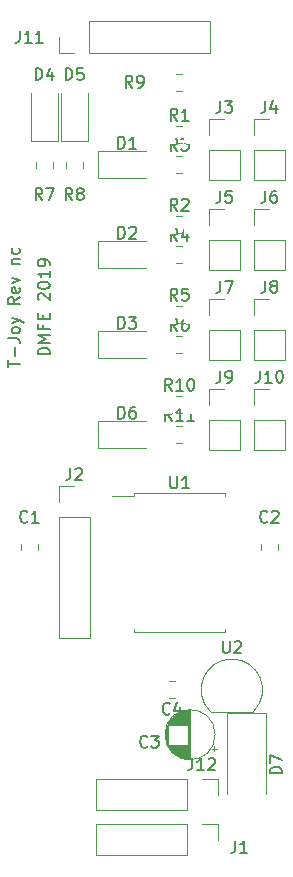
<source format=gto>
G04 #@! TF.GenerationSoftware,KiCad,Pcbnew,(5.1.0-894-gde406e36d)*
G04 #@! TF.CreationDate,2019-06-07T17:38:46-07:00*
G04 #@! TF.ProjectId,TetheredJoy,54657468-6572-4656-944a-6f792e6b6963,n/c*
G04 #@! TF.SameCoordinates,Original*
G04 #@! TF.FileFunction,Legend,Top*
G04 #@! TF.FilePolarity,Positive*
%FSLAX46Y46*%
G04 Gerber Fmt 4.6, Leading zero omitted, Abs format (unit mm)*
G04 Created by KiCad (PCBNEW (5.1.0-894-gde406e36d)) date 2019-06-07 17:38:46*
%MOMM*%
%LPD*%
G04 APERTURE LIST*
%ADD10C,0.150000*%
%ADD11C,0.120000*%
%ADD12C,2.802000*%
%ADD13C,0.100000*%
%ADD14C,1.527000*%
%ADD15R,1.152000X1.602000*%
%ADD16O,1.152000X1.602000*%
%ADD17C,0.702000*%
%ADD18C,1.252000*%
%ADD19O,1.802000X1.802000*%
%ADD20R,1.802000X1.802000*%
%ADD21R,1.902000X3.602000*%
%ADD22C,1.302000*%
%ADD23R,1.302000X1.302000*%
G04 APERTURE END LIST*
D10*
X202382380Y-66230000D02*
X201382380Y-66230000D01*
X201382380Y-65991904D01*
X201430000Y-65849047D01*
X201525238Y-65753809D01*
X201620476Y-65706190D01*
X201810952Y-65658571D01*
X201953809Y-65658571D01*
X202144285Y-65706190D01*
X202239523Y-65753809D01*
X202334761Y-65849047D01*
X202382380Y-65991904D01*
X202382380Y-66230000D01*
X202382380Y-65230000D02*
X201382380Y-65230000D01*
X202096666Y-64896666D01*
X201382380Y-64563333D01*
X202382380Y-64563333D01*
X201858571Y-63753809D02*
X201858571Y-64087142D01*
X202382380Y-64087142D02*
X201382380Y-64087142D01*
X201382380Y-63610952D01*
X201858571Y-63230000D02*
X201858571Y-62896666D01*
X202382380Y-62753809D02*
X202382380Y-63230000D01*
X201382380Y-63230000D01*
X201382380Y-62753809D01*
X201477619Y-61610952D02*
X201430000Y-61563333D01*
X201382380Y-61468095D01*
X201382380Y-61230000D01*
X201430000Y-61134761D01*
X201477619Y-61087142D01*
X201572857Y-61039523D01*
X201668095Y-61039523D01*
X201810952Y-61087142D01*
X202382380Y-61658571D01*
X202382380Y-61039523D01*
X201382380Y-60420476D02*
X201382380Y-60325238D01*
X201430000Y-60230000D01*
X201477619Y-60182380D01*
X201572857Y-60134761D01*
X201763333Y-60087142D01*
X202001428Y-60087142D01*
X202191904Y-60134761D01*
X202287142Y-60182380D01*
X202334761Y-60230000D01*
X202382380Y-60325238D01*
X202382380Y-60420476D01*
X202334761Y-60515714D01*
X202287142Y-60563333D01*
X202191904Y-60610952D01*
X202001428Y-60658571D01*
X201763333Y-60658571D01*
X201572857Y-60610952D01*
X201477619Y-60563333D01*
X201430000Y-60515714D01*
X201382380Y-60420476D01*
X202382380Y-59134761D02*
X202382380Y-59706190D01*
X202382380Y-59420476D02*
X201382380Y-59420476D01*
X201525238Y-59515714D01*
X201620476Y-59610952D01*
X201668095Y-59706190D01*
X202382380Y-58658571D02*
X202382380Y-58468095D01*
X202334761Y-58372857D01*
X202287142Y-58325238D01*
X202144285Y-58230000D01*
X201953809Y-58182380D01*
X201572857Y-58182380D01*
X201477619Y-58230000D01*
X201430000Y-58277619D01*
X201382380Y-58372857D01*
X201382380Y-58563333D01*
X201430000Y-58658571D01*
X201477619Y-58706190D01*
X201572857Y-58753809D01*
X201810952Y-58753809D01*
X201906190Y-58706190D01*
X201953809Y-58658571D01*
X202001428Y-58563333D01*
X202001428Y-58372857D01*
X201953809Y-58277619D01*
X201906190Y-58230000D01*
X201810952Y-58182380D01*
X198842380Y-67301428D02*
X198842380Y-66730000D01*
X199842380Y-67015714D02*
X198842380Y-67015714D01*
X199461428Y-66396666D02*
X199461428Y-65634761D01*
X198842380Y-64872857D02*
X199556666Y-64872857D01*
X199699523Y-64920476D01*
X199794761Y-65015714D01*
X199842380Y-65158571D01*
X199842380Y-65253809D01*
X199842380Y-64253809D02*
X199794761Y-64349047D01*
X199747142Y-64396666D01*
X199651904Y-64444285D01*
X199366190Y-64444285D01*
X199270952Y-64396666D01*
X199223333Y-64349047D01*
X199175714Y-64253809D01*
X199175714Y-64110952D01*
X199223333Y-64015714D01*
X199270952Y-63968095D01*
X199366190Y-63920476D01*
X199651904Y-63920476D01*
X199747142Y-63968095D01*
X199794761Y-64015714D01*
X199842380Y-64110952D01*
X199842380Y-64253809D01*
X199175714Y-63587142D02*
X199842380Y-63349047D01*
X199175714Y-63110952D02*
X199842380Y-63349047D01*
X200080476Y-63444285D01*
X200128095Y-63491904D01*
X200175714Y-63587142D01*
X199842380Y-61396666D02*
X199366190Y-61730000D01*
X199842380Y-61968095D02*
X198842380Y-61968095D01*
X198842380Y-61587142D01*
X198890000Y-61491904D01*
X198937619Y-61444285D01*
X199032857Y-61396666D01*
X199175714Y-61396666D01*
X199270952Y-61444285D01*
X199318571Y-61491904D01*
X199366190Y-61587142D01*
X199366190Y-61968095D01*
X199794761Y-60587142D02*
X199842380Y-60682380D01*
X199842380Y-60872857D01*
X199794761Y-60968095D01*
X199699523Y-61015714D01*
X199318571Y-61015714D01*
X199223333Y-60968095D01*
X199175714Y-60872857D01*
X199175714Y-60682380D01*
X199223333Y-60587142D01*
X199318571Y-60539523D01*
X199413809Y-60539523D01*
X199509047Y-61015714D01*
X199175714Y-60206190D02*
X199842380Y-59968095D01*
X199175714Y-59730000D01*
X199175714Y-58587142D02*
X199842380Y-58587142D01*
X199270952Y-58587142D02*
X199223333Y-58539523D01*
X199175714Y-58444285D01*
X199175714Y-58301428D01*
X199223333Y-58206190D01*
X199318571Y-58158571D01*
X199842380Y-58158571D01*
X199794761Y-57253809D02*
X199842380Y-57349047D01*
X199842380Y-57539523D01*
X199794761Y-57634761D01*
X199747142Y-57682380D01*
X199651904Y-57730000D01*
X199366190Y-57730000D01*
X199270952Y-57682380D01*
X199223333Y-57634761D01*
X199175714Y-57539523D01*
X199175714Y-57349047D01*
X199223333Y-57253809D01*
D11*
X210515000Y-71890000D02*
X206455000Y-71890000D01*
X206455000Y-71890000D02*
X206455000Y-74160000D01*
X206455000Y-74160000D02*
X210515000Y-74160000D01*
X203335000Y-44120000D02*
X203335000Y-48180000D01*
X203335000Y-48180000D02*
X205605000Y-48180000D01*
X205605000Y-48180000D02*
X205605000Y-44120000D01*
X200795000Y-44120000D02*
X200795000Y-48180000D01*
X200795000Y-48180000D02*
X203065000Y-48180000D01*
X203065000Y-48180000D02*
X203065000Y-44120000D01*
X219643478Y-96453478D02*
G75*
G03X217805000Y-92015000I-1838478J1838478D01*
G01*
X215966522Y-96453478D02*
G75*
G02X217805000Y-92015000I1838478J1838478D01*
G01*
X216005000Y-96465000D02*
X219605000Y-96465000D01*
X209500000Y-78180000D02*
X207685000Y-78180000D01*
X209500000Y-77935000D02*
X209500000Y-78180000D01*
X213360000Y-77935000D02*
X209500000Y-77935000D01*
X217220000Y-77935000D02*
X217220000Y-78180000D01*
X213360000Y-77935000D02*
X217220000Y-77935000D01*
X209500000Y-89705000D02*
X209500000Y-89460000D01*
X213360000Y-89705000D02*
X209500000Y-89705000D01*
X217220000Y-89705000D02*
X217220000Y-89460000D01*
X213360000Y-89705000D02*
X217220000Y-89705000D01*
X213098748Y-73735000D02*
X213621252Y-73735000D01*
X213098748Y-72315000D02*
X213621252Y-72315000D01*
X213098748Y-71195000D02*
X213621252Y-71195000D01*
X213098748Y-69775000D02*
X213621252Y-69775000D01*
X213098748Y-43890000D02*
X213621252Y-43890000D01*
X213098748Y-42470000D02*
X213621252Y-42470000D01*
X205180000Y-50426252D02*
X205180000Y-49903748D01*
X203760000Y-50426252D02*
X203760000Y-49903748D01*
X202640000Y-50426252D02*
X202640000Y-49903748D01*
X201220000Y-50426252D02*
X201220000Y-49903748D01*
X213098748Y-66115000D02*
X213621252Y-66115000D01*
X213098748Y-64695000D02*
X213621252Y-64695000D01*
X213098748Y-63575000D02*
X213621252Y-63575000D01*
X213098748Y-62155000D02*
X213621252Y-62155000D01*
X213098748Y-58495000D02*
X213621252Y-58495000D01*
X213098748Y-57075000D02*
X213621252Y-57075000D01*
X213098748Y-50875000D02*
X213621252Y-50875000D01*
X213098748Y-49455000D02*
X213621252Y-49455000D01*
X213098748Y-55955000D02*
X213621252Y-55955000D01*
X213098748Y-54535000D02*
X213621252Y-54535000D01*
X213098748Y-48335000D02*
X213621252Y-48335000D01*
X213098748Y-46915000D02*
X213621252Y-46915000D01*
X216595000Y-102175000D02*
X216595000Y-103505000D01*
X215265000Y-102175000D02*
X216595000Y-102175000D01*
X213995000Y-102175000D02*
X213995000Y-104835000D01*
X213995000Y-104835000D02*
X206315000Y-104835000D01*
X213995000Y-102175000D02*
X206315000Y-102175000D01*
X206315000Y-102175000D02*
X206315000Y-104835000D01*
X203140000Y-40700000D02*
X203140000Y-39370000D01*
X204470000Y-40700000D02*
X203140000Y-40700000D01*
X205740000Y-40700000D02*
X205740000Y-38040000D01*
X205740000Y-38040000D02*
X215960000Y-38040000D01*
X205740000Y-40700000D02*
X215960000Y-40700000D01*
X215960000Y-40700000D02*
X215960000Y-38040000D01*
X219650000Y-69155000D02*
X220980000Y-69155000D01*
X219650000Y-70485000D02*
X219650000Y-69155000D01*
X219650000Y-71755000D02*
X222310000Y-71755000D01*
X222310000Y-71755000D02*
X222310000Y-74355000D01*
X219650000Y-71755000D02*
X219650000Y-74355000D01*
X219650000Y-74355000D02*
X222310000Y-74355000D01*
X215840000Y-69155000D02*
X217170000Y-69155000D01*
X215840000Y-70485000D02*
X215840000Y-69155000D01*
X215840000Y-71755000D02*
X218500000Y-71755000D01*
X218500000Y-71755000D02*
X218500000Y-74355000D01*
X215840000Y-71755000D02*
X215840000Y-74355000D01*
X215840000Y-74355000D02*
X218500000Y-74355000D01*
X219650000Y-61535000D02*
X220980000Y-61535000D01*
X219650000Y-62865000D02*
X219650000Y-61535000D01*
X219650000Y-64135000D02*
X222310000Y-64135000D01*
X222310000Y-64135000D02*
X222310000Y-66735000D01*
X219650000Y-64135000D02*
X219650000Y-66735000D01*
X219650000Y-66735000D02*
X222310000Y-66735000D01*
X215840000Y-61535000D02*
X217170000Y-61535000D01*
X215840000Y-62865000D02*
X215840000Y-61535000D01*
X215840000Y-64135000D02*
X218500000Y-64135000D01*
X218500000Y-64135000D02*
X218500000Y-66735000D01*
X215840000Y-64135000D02*
X215840000Y-66735000D01*
X215840000Y-66735000D02*
X218500000Y-66735000D01*
X219650000Y-53915000D02*
X220980000Y-53915000D01*
X219650000Y-55245000D02*
X219650000Y-53915000D01*
X219650000Y-56515000D02*
X222310000Y-56515000D01*
X222310000Y-56515000D02*
X222310000Y-59115000D01*
X219650000Y-56515000D02*
X219650000Y-59115000D01*
X219650000Y-59115000D02*
X222310000Y-59115000D01*
X215840000Y-53915000D02*
X217170000Y-53915000D01*
X215840000Y-55245000D02*
X215840000Y-53915000D01*
X215840000Y-56515000D02*
X218500000Y-56515000D01*
X218500000Y-56515000D02*
X218500000Y-59115000D01*
X215840000Y-56515000D02*
X215840000Y-59115000D01*
X215840000Y-59115000D02*
X218500000Y-59115000D01*
X219650000Y-46295000D02*
X220980000Y-46295000D01*
X219650000Y-47625000D02*
X219650000Y-46295000D01*
X219650000Y-48895000D02*
X222310000Y-48895000D01*
X222310000Y-48895000D02*
X222310000Y-51495000D01*
X219650000Y-48895000D02*
X219650000Y-51495000D01*
X219650000Y-51495000D02*
X222310000Y-51495000D01*
X215840000Y-46295000D02*
X217170000Y-46295000D01*
X215840000Y-47625000D02*
X215840000Y-46295000D01*
X215840000Y-48895000D02*
X218500000Y-48895000D01*
X218500000Y-48895000D02*
X218500000Y-51495000D01*
X215840000Y-48895000D02*
X215840000Y-51495000D01*
X215840000Y-51495000D02*
X218500000Y-51495000D01*
X203140000Y-77410000D02*
X204470000Y-77410000D01*
X203140000Y-78740000D02*
X203140000Y-77410000D01*
X203140000Y-80010000D02*
X205800000Y-80010000D01*
X205800000Y-80010000D02*
X205800000Y-90230000D01*
X203140000Y-80010000D02*
X203140000Y-90230000D01*
X203140000Y-90230000D02*
X205800000Y-90230000D01*
X216595000Y-105985000D02*
X216595000Y-107315000D01*
X215265000Y-105985000D02*
X216595000Y-105985000D01*
X213995000Y-105985000D02*
X213995000Y-108645000D01*
X213995000Y-108645000D02*
X206315000Y-108645000D01*
X213995000Y-105985000D02*
X206315000Y-105985000D01*
X206315000Y-105985000D02*
X206315000Y-108645000D01*
X220725000Y-96565000D02*
X220725000Y-103465000D01*
X217425000Y-96565000D02*
X217425000Y-103465000D01*
X220725000Y-96565000D02*
X217425000Y-96565000D01*
X206455000Y-66540000D02*
X210515000Y-66540000D01*
X206455000Y-64270000D02*
X206455000Y-66540000D01*
X210515000Y-64270000D02*
X206455000Y-64270000D01*
X206455000Y-58920000D02*
X210515000Y-58920000D01*
X206455000Y-56650000D02*
X206455000Y-58920000D01*
X210515000Y-56650000D02*
X206455000Y-56650000D01*
X206455000Y-51300000D02*
X210515000Y-51300000D01*
X206455000Y-49030000D02*
X206455000Y-51300000D01*
X210515000Y-49030000D02*
X206455000Y-49030000D01*
X212986252Y-93905000D02*
X212463748Y-93905000D01*
X212986252Y-95325000D02*
X212463748Y-95325000D01*
X216334801Y-99820000D02*
X216334801Y-99420000D01*
X216534801Y-99620000D02*
X216134801Y-99620000D01*
X212184000Y-98795000D02*
X212184000Y-98055000D01*
X212224000Y-98962000D02*
X212224000Y-97888000D01*
X212264000Y-99089000D02*
X212264000Y-97761000D01*
X212304000Y-99193000D02*
X212304000Y-97657000D01*
X212344000Y-99284000D02*
X212344000Y-97566000D01*
X212384000Y-99365000D02*
X212384000Y-97485000D01*
X212424000Y-99438000D02*
X212424000Y-97412000D01*
X212464000Y-97585000D02*
X212464000Y-97345000D01*
X212464000Y-99505000D02*
X212464000Y-99265000D01*
X212504000Y-97585000D02*
X212504000Y-97283000D01*
X212504000Y-99567000D02*
X212504000Y-99265000D01*
X212544000Y-97585000D02*
X212544000Y-97225000D01*
X212544000Y-99625000D02*
X212544000Y-99265000D01*
X212584000Y-97585000D02*
X212584000Y-97171000D01*
X212584000Y-99679000D02*
X212584000Y-99265000D01*
X212624000Y-97585000D02*
X212624000Y-97121000D01*
X212624000Y-99729000D02*
X212624000Y-99265000D01*
X212664000Y-97585000D02*
X212664000Y-97074000D01*
X212664000Y-99776000D02*
X212664000Y-99265000D01*
X212704000Y-97585000D02*
X212704000Y-97029000D01*
X212704000Y-99821000D02*
X212704000Y-99265000D01*
X212744000Y-97585000D02*
X212744000Y-96987000D01*
X212744000Y-99863000D02*
X212744000Y-99265000D01*
X212784000Y-97585000D02*
X212784000Y-96947000D01*
X212784000Y-99903000D02*
X212784000Y-99265000D01*
X212824000Y-97585000D02*
X212824000Y-96909000D01*
X212824000Y-99941000D02*
X212824000Y-99265000D01*
X212864000Y-97585000D02*
X212864000Y-96873000D01*
X212864000Y-99977000D02*
X212864000Y-99265000D01*
X212904000Y-97585000D02*
X212904000Y-96838000D01*
X212904000Y-100012000D02*
X212904000Y-99265000D01*
X212944000Y-97585000D02*
X212944000Y-96806000D01*
X212944000Y-100044000D02*
X212944000Y-99265000D01*
X212984000Y-97585000D02*
X212984000Y-96775000D01*
X212984000Y-100075000D02*
X212984000Y-99265000D01*
X213024000Y-97585000D02*
X213024000Y-96745000D01*
X213024000Y-100105000D02*
X213024000Y-99265000D01*
X213064000Y-97585000D02*
X213064000Y-96717000D01*
X213064000Y-100133000D02*
X213064000Y-99265000D01*
X213104000Y-97585000D02*
X213104000Y-96690000D01*
X213104000Y-100160000D02*
X213104000Y-99265000D01*
X213144000Y-97585000D02*
X213144000Y-96665000D01*
X213144000Y-100185000D02*
X213144000Y-99265000D01*
X213184000Y-97585000D02*
X213184000Y-96640000D01*
X213184000Y-100210000D02*
X213184000Y-99265000D01*
X213224000Y-97585000D02*
X213224000Y-96617000D01*
X213224000Y-100233000D02*
X213224000Y-99265000D01*
X213264000Y-97585000D02*
X213264000Y-96595000D01*
X213264000Y-100255000D02*
X213264000Y-99265000D01*
X213304000Y-97585000D02*
X213304000Y-96574000D01*
X213304000Y-100276000D02*
X213304000Y-99265000D01*
X213344000Y-97585000D02*
X213344000Y-96555000D01*
X213344000Y-100295000D02*
X213344000Y-99265000D01*
X213384000Y-97585000D02*
X213384000Y-96536000D01*
X213384000Y-100314000D02*
X213384000Y-99265000D01*
X213424000Y-97585000D02*
X213424000Y-96518000D01*
X213424000Y-100332000D02*
X213424000Y-99265000D01*
X213464000Y-97585000D02*
X213464000Y-96501000D01*
X213464000Y-100349000D02*
X213464000Y-99265000D01*
X213504000Y-97585000D02*
X213504000Y-96485000D01*
X213504000Y-100365000D02*
X213504000Y-99265000D01*
X213544000Y-97585000D02*
X213544000Y-96471000D01*
X213544000Y-100379000D02*
X213544000Y-99265000D01*
X213585000Y-97585000D02*
X213585000Y-96457000D01*
X213585000Y-100393000D02*
X213585000Y-99265000D01*
X213625000Y-97585000D02*
X213625000Y-96443000D01*
X213625000Y-100407000D02*
X213625000Y-99265000D01*
X213665000Y-97585000D02*
X213665000Y-96431000D01*
X213665000Y-100419000D02*
X213665000Y-99265000D01*
X213705000Y-97585000D02*
X213705000Y-96420000D01*
X213705000Y-100430000D02*
X213705000Y-99265000D01*
X213745000Y-97585000D02*
X213745000Y-96409000D01*
X213745000Y-100441000D02*
X213745000Y-99265000D01*
X213785000Y-97585000D02*
X213785000Y-96400000D01*
X213785000Y-100450000D02*
X213785000Y-99265000D01*
X213825000Y-97585000D02*
X213825000Y-96391000D01*
X213825000Y-100459000D02*
X213825000Y-99265000D01*
X213865000Y-97585000D02*
X213865000Y-96383000D01*
X213865000Y-100467000D02*
X213865000Y-99265000D01*
X213905000Y-97585000D02*
X213905000Y-96375000D01*
X213905000Y-100475000D02*
X213905000Y-99265000D01*
X213945000Y-97585000D02*
X213945000Y-96369000D01*
X213945000Y-100481000D02*
X213945000Y-99265000D01*
X213985000Y-97585000D02*
X213985000Y-96363000D01*
X213985000Y-100487000D02*
X213985000Y-99265000D01*
X214025000Y-97585000D02*
X214025000Y-96358000D01*
X214025000Y-100492000D02*
X214025000Y-99265000D01*
X214065000Y-97585000D02*
X214065000Y-96354000D01*
X214065000Y-100496000D02*
X214065000Y-99265000D01*
X214105000Y-100499000D02*
X214105000Y-96351000D01*
X214145000Y-100502000D02*
X214145000Y-96348000D01*
X214185000Y-100504000D02*
X214185000Y-96346000D01*
X214225000Y-100505000D02*
X214225000Y-96345000D01*
X214265000Y-100505000D02*
X214265000Y-96345000D01*
X216385000Y-98425000D02*
G75*
G03X216385000Y-98425000I-2120000J0D01*
G01*
X221690000Y-82811252D02*
X221690000Y-82288748D01*
X220270000Y-82811252D02*
X220270000Y-82288748D01*
X199950000Y-82288748D02*
X199950000Y-82811252D01*
X201370000Y-82288748D02*
X201370000Y-82811252D01*
D10*
X208176904Y-71657380D02*
X208176904Y-70657380D01*
X208415000Y-70657380D01*
X208557857Y-70705000D01*
X208653095Y-70800238D01*
X208700714Y-70895476D01*
X208748333Y-71085952D01*
X208748333Y-71228809D01*
X208700714Y-71419285D01*
X208653095Y-71514523D01*
X208557857Y-71609761D01*
X208415000Y-71657380D01*
X208176904Y-71657380D01*
X209605476Y-70657380D02*
X209415000Y-70657380D01*
X209319761Y-70705000D01*
X209272142Y-70752619D01*
X209176904Y-70895476D01*
X209129285Y-71085952D01*
X209129285Y-71466904D01*
X209176904Y-71562142D01*
X209224523Y-71609761D01*
X209319761Y-71657380D01*
X209510238Y-71657380D01*
X209605476Y-71609761D01*
X209653095Y-71562142D01*
X209700714Y-71466904D01*
X209700714Y-71228809D01*
X209653095Y-71133571D01*
X209605476Y-71085952D01*
X209510238Y-71038333D01*
X209319761Y-71038333D01*
X209224523Y-71085952D01*
X209176904Y-71133571D01*
X209129285Y-71228809D01*
X203731904Y-42997380D02*
X203731904Y-41997380D01*
X203970000Y-41997380D01*
X204112857Y-42045000D01*
X204208095Y-42140238D01*
X204255714Y-42235476D01*
X204303333Y-42425952D01*
X204303333Y-42568809D01*
X204255714Y-42759285D01*
X204208095Y-42854523D01*
X204112857Y-42949761D01*
X203970000Y-42997380D01*
X203731904Y-42997380D01*
X205208095Y-41997380D02*
X204731904Y-41997380D01*
X204684285Y-42473571D01*
X204731904Y-42425952D01*
X204827142Y-42378333D01*
X205065238Y-42378333D01*
X205160476Y-42425952D01*
X205208095Y-42473571D01*
X205255714Y-42568809D01*
X205255714Y-42806904D01*
X205208095Y-42902142D01*
X205160476Y-42949761D01*
X205065238Y-42997380D01*
X204827142Y-42997380D01*
X204731904Y-42949761D01*
X204684285Y-42902142D01*
X201191904Y-42997380D02*
X201191904Y-41997380D01*
X201430000Y-41997380D01*
X201572857Y-42045000D01*
X201668095Y-42140238D01*
X201715714Y-42235476D01*
X201763333Y-42425952D01*
X201763333Y-42568809D01*
X201715714Y-42759285D01*
X201668095Y-42854523D01*
X201572857Y-42949761D01*
X201430000Y-42997380D01*
X201191904Y-42997380D01*
X202620476Y-42330714D02*
X202620476Y-42997380D01*
X202382380Y-41949761D02*
X202144285Y-42664047D01*
X202763333Y-42664047D01*
X217043095Y-90507380D02*
X217043095Y-91316904D01*
X217090714Y-91412142D01*
X217138333Y-91459761D01*
X217233571Y-91507380D01*
X217424047Y-91507380D01*
X217519285Y-91459761D01*
X217566904Y-91412142D01*
X217614523Y-91316904D01*
X217614523Y-90507380D01*
X218043095Y-90602619D02*
X218090714Y-90555000D01*
X218185952Y-90507380D01*
X218424047Y-90507380D01*
X218519285Y-90555000D01*
X218566904Y-90602619D01*
X218614523Y-90697857D01*
X218614523Y-90793095D01*
X218566904Y-90935952D01*
X217995476Y-91507380D01*
X218614523Y-91507380D01*
X212598095Y-76552380D02*
X212598095Y-77361904D01*
X212645714Y-77457142D01*
X212693333Y-77504761D01*
X212788571Y-77552380D01*
X212979047Y-77552380D01*
X213074285Y-77504761D01*
X213121904Y-77457142D01*
X213169523Y-77361904D01*
X213169523Y-76552380D01*
X214169523Y-77552380D02*
X213598095Y-77552380D01*
X213883809Y-77552380D02*
X213883809Y-76552380D01*
X213788571Y-76695238D01*
X213693333Y-76790476D01*
X213598095Y-76838095D01*
X212717142Y-71827380D02*
X212383809Y-71351190D01*
X212145714Y-71827380D02*
X212145714Y-70827380D01*
X212526666Y-70827380D01*
X212621904Y-70875000D01*
X212669523Y-70922619D01*
X212717142Y-71017857D01*
X212717142Y-71160714D01*
X212669523Y-71255952D01*
X212621904Y-71303571D01*
X212526666Y-71351190D01*
X212145714Y-71351190D01*
X213669523Y-71827380D02*
X213098095Y-71827380D01*
X213383809Y-71827380D02*
X213383809Y-70827380D01*
X213288571Y-70970238D01*
X213193333Y-71065476D01*
X213098095Y-71113095D01*
X214621904Y-71827380D02*
X214050476Y-71827380D01*
X214336190Y-71827380D02*
X214336190Y-70827380D01*
X214240952Y-70970238D01*
X214145714Y-71065476D01*
X214050476Y-71113095D01*
X212717142Y-69287380D02*
X212383809Y-68811190D01*
X212145714Y-69287380D02*
X212145714Y-68287380D01*
X212526666Y-68287380D01*
X212621904Y-68335000D01*
X212669523Y-68382619D01*
X212717142Y-68477857D01*
X212717142Y-68620714D01*
X212669523Y-68715952D01*
X212621904Y-68763571D01*
X212526666Y-68811190D01*
X212145714Y-68811190D01*
X213669523Y-69287380D02*
X213098095Y-69287380D01*
X213383809Y-69287380D02*
X213383809Y-68287380D01*
X213288571Y-68430238D01*
X213193333Y-68525476D01*
X213098095Y-68573095D01*
X214288571Y-68287380D02*
X214383809Y-68287380D01*
X214479047Y-68335000D01*
X214526666Y-68382619D01*
X214574285Y-68477857D01*
X214621904Y-68668333D01*
X214621904Y-68906428D01*
X214574285Y-69096904D01*
X214526666Y-69192142D01*
X214479047Y-69239761D01*
X214383809Y-69287380D01*
X214288571Y-69287380D01*
X214193333Y-69239761D01*
X214145714Y-69192142D01*
X214098095Y-69096904D01*
X214050476Y-68906428D01*
X214050476Y-68668333D01*
X214098095Y-68477857D01*
X214145714Y-68382619D01*
X214193333Y-68335000D01*
X214288571Y-68287380D01*
X209383333Y-43632380D02*
X209050000Y-43156190D01*
X208811904Y-43632380D02*
X208811904Y-42632380D01*
X209192857Y-42632380D01*
X209288095Y-42680000D01*
X209335714Y-42727619D01*
X209383333Y-42822857D01*
X209383333Y-42965714D01*
X209335714Y-43060952D01*
X209288095Y-43108571D01*
X209192857Y-43156190D01*
X208811904Y-43156190D01*
X209859523Y-43632380D02*
X210050000Y-43632380D01*
X210145238Y-43584761D01*
X210192857Y-43537142D01*
X210288095Y-43394285D01*
X210335714Y-43203809D01*
X210335714Y-42822857D01*
X210288095Y-42727619D01*
X210240476Y-42680000D01*
X210145238Y-42632380D01*
X209954761Y-42632380D01*
X209859523Y-42680000D01*
X209811904Y-42727619D01*
X209764285Y-42822857D01*
X209764285Y-43060952D01*
X209811904Y-43156190D01*
X209859523Y-43203809D01*
X209954761Y-43251428D01*
X210145238Y-43251428D01*
X210240476Y-43203809D01*
X210288095Y-43156190D01*
X210335714Y-43060952D01*
X204303333Y-53157380D02*
X203970000Y-52681190D01*
X203731904Y-53157380D02*
X203731904Y-52157380D01*
X204112857Y-52157380D01*
X204208095Y-52205000D01*
X204255714Y-52252619D01*
X204303333Y-52347857D01*
X204303333Y-52490714D01*
X204255714Y-52585952D01*
X204208095Y-52633571D01*
X204112857Y-52681190D01*
X203731904Y-52681190D01*
X204874761Y-52585952D02*
X204779523Y-52538333D01*
X204731904Y-52490714D01*
X204684285Y-52395476D01*
X204684285Y-52347857D01*
X204731904Y-52252619D01*
X204779523Y-52205000D01*
X204874761Y-52157380D01*
X205065238Y-52157380D01*
X205160476Y-52205000D01*
X205208095Y-52252619D01*
X205255714Y-52347857D01*
X205255714Y-52395476D01*
X205208095Y-52490714D01*
X205160476Y-52538333D01*
X205065238Y-52585952D01*
X204874761Y-52585952D01*
X204779523Y-52633571D01*
X204731904Y-52681190D01*
X204684285Y-52776428D01*
X204684285Y-52966904D01*
X204731904Y-53062142D01*
X204779523Y-53109761D01*
X204874761Y-53157380D01*
X205065238Y-53157380D01*
X205160476Y-53109761D01*
X205208095Y-53062142D01*
X205255714Y-52966904D01*
X205255714Y-52776428D01*
X205208095Y-52681190D01*
X205160476Y-52633571D01*
X205065238Y-52585952D01*
X201763333Y-53157380D02*
X201430000Y-52681190D01*
X201191904Y-53157380D02*
X201191904Y-52157380D01*
X201572857Y-52157380D01*
X201668095Y-52205000D01*
X201715714Y-52252619D01*
X201763333Y-52347857D01*
X201763333Y-52490714D01*
X201715714Y-52585952D01*
X201668095Y-52633571D01*
X201572857Y-52681190D01*
X201191904Y-52681190D01*
X202096666Y-52157380D02*
X202763333Y-52157380D01*
X202334761Y-53157380D01*
X213193333Y-64207380D02*
X212860000Y-63731190D01*
X212621904Y-64207380D02*
X212621904Y-63207380D01*
X213002857Y-63207380D01*
X213098095Y-63255000D01*
X213145714Y-63302619D01*
X213193333Y-63397857D01*
X213193333Y-63540714D01*
X213145714Y-63635952D01*
X213098095Y-63683571D01*
X213002857Y-63731190D01*
X212621904Y-63731190D01*
X214050476Y-63207380D02*
X213860000Y-63207380D01*
X213764761Y-63255000D01*
X213717142Y-63302619D01*
X213621904Y-63445476D01*
X213574285Y-63635952D01*
X213574285Y-64016904D01*
X213621904Y-64112142D01*
X213669523Y-64159761D01*
X213764761Y-64207380D01*
X213955238Y-64207380D01*
X214050476Y-64159761D01*
X214098095Y-64112142D01*
X214145714Y-64016904D01*
X214145714Y-63778809D01*
X214098095Y-63683571D01*
X214050476Y-63635952D01*
X213955238Y-63588333D01*
X213764761Y-63588333D01*
X213669523Y-63635952D01*
X213621904Y-63683571D01*
X213574285Y-63778809D01*
X213193333Y-61667380D02*
X212860000Y-61191190D01*
X212621904Y-61667380D02*
X212621904Y-60667380D01*
X213002857Y-60667380D01*
X213098095Y-60715000D01*
X213145714Y-60762619D01*
X213193333Y-60857857D01*
X213193333Y-61000714D01*
X213145714Y-61095952D01*
X213098095Y-61143571D01*
X213002857Y-61191190D01*
X212621904Y-61191190D01*
X214098095Y-60667380D02*
X213621904Y-60667380D01*
X213574285Y-61143571D01*
X213621904Y-61095952D01*
X213717142Y-61048333D01*
X213955238Y-61048333D01*
X214050476Y-61095952D01*
X214098095Y-61143571D01*
X214145714Y-61238809D01*
X214145714Y-61476904D01*
X214098095Y-61572142D01*
X214050476Y-61619761D01*
X213955238Y-61667380D01*
X213717142Y-61667380D01*
X213621904Y-61619761D01*
X213574285Y-61572142D01*
X213193333Y-56587380D02*
X212860000Y-56111190D01*
X212621904Y-56587380D02*
X212621904Y-55587380D01*
X213002857Y-55587380D01*
X213098095Y-55635000D01*
X213145714Y-55682619D01*
X213193333Y-55777857D01*
X213193333Y-55920714D01*
X213145714Y-56015952D01*
X213098095Y-56063571D01*
X213002857Y-56111190D01*
X212621904Y-56111190D01*
X214050476Y-55920714D02*
X214050476Y-56587380D01*
X213812380Y-55539761D02*
X213574285Y-56254047D01*
X214193333Y-56254047D01*
X213193333Y-48967380D02*
X212860000Y-48491190D01*
X212621904Y-48967380D02*
X212621904Y-47967380D01*
X213002857Y-47967380D01*
X213098095Y-48015000D01*
X213145714Y-48062619D01*
X213193333Y-48157857D01*
X213193333Y-48300714D01*
X213145714Y-48395952D01*
X213098095Y-48443571D01*
X213002857Y-48491190D01*
X212621904Y-48491190D01*
X213526666Y-47967380D02*
X214145714Y-47967380D01*
X213812380Y-48348333D01*
X213955238Y-48348333D01*
X214050476Y-48395952D01*
X214098095Y-48443571D01*
X214145714Y-48538809D01*
X214145714Y-48776904D01*
X214098095Y-48872142D01*
X214050476Y-48919761D01*
X213955238Y-48967380D01*
X213669523Y-48967380D01*
X213574285Y-48919761D01*
X213526666Y-48872142D01*
X213193333Y-54047380D02*
X212860000Y-53571190D01*
X212621904Y-54047380D02*
X212621904Y-53047380D01*
X213002857Y-53047380D01*
X213098095Y-53095000D01*
X213145714Y-53142619D01*
X213193333Y-53237857D01*
X213193333Y-53380714D01*
X213145714Y-53475952D01*
X213098095Y-53523571D01*
X213002857Y-53571190D01*
X212621904Y-53571190D01*
X213574285Y-53142619D02*
X213621904Y-53095000D01*
X213717142Y-53047380D01*
X213955238Y-53047380D01*
X214050476Y-53095000D01*
X214098095Y-53142619D01*
X214145714Y-53237857D01*
X214145714Y-53333095D01*
X214098095Y-53475952D01*
X213526666Y-54047380D01*
X214145714Y-54047380D01*
X213193333Y-46427380D02*
X212860000Y-45951190D01*
X212621904Y-46427380D02*
X212621904Y-45427380D01*
X213002857Y-45427380D01*
X213098095Y-45475000D01*
X213145714Y-45522619D01*
X213193333Y-45617857D01*
X213193333Y-45760714D01*
X213145714Y-45855952D01*
X213098095Y-45903571D01*
X213002857Y-45951190D01*
X212621904Y-45951190D01*
X214145714Y-46427380D02*
X213574285Y-46427380D01*
X213860000Y-46427380D02*
X213860000Y-45427380D01*
X213764761Y-45570238D01*
X213669523Y-45665476D01*
X213574285Y-45713095D01*
X214455476Y-100417380D02*
X214455476Y-101131666D01*
X214407857Y-101274523D01*
X214312619Y-101369761D01*
X214169761Y-101417380D01*
X214074523Y-101417380D01*
X215455476Y-101417380D02*
X214884047Y-101417380D01*
X215169761Y-101417380D02*
X215169761Y-100417380D01*
X215074523Y-100560238D01*
X214979285Y-100655476D01*
X214884047Y-100703095D01*
X215836428Y-100512619D02*
X215884047Y-100465000D01*
X215979285Y-100417380D01*
X216217380Y-100417380D01*
X216312619Y-100465000D01*
X216360238Y-100512619D01*
X216407857Y-100607857D01*
X216407857Y-100703095D01*
X216360238Y-100845952D01*
X215788809Y-101417380D01*
X216407857Y-101417380D01*
X199850476Y-38822380D02*
X199850476Y-39536666D01*
X199802857Y-39679523D01*
X199707619Y-39774761D01*
X199564761Y-39822380D01*
X199469523Y-39822380D01*
X200850476Y-39822380D02*
X200279047Y-39822380D01*
X200564761Y-39822380D02*
X200564761Y-38822380D01*
X200469523Y-38965238D01*
X200374285Y-39060476D01*
X200279047Y-39108095D01*
X201802857Y-39822380D02*
X201231428Y-39822380D01*
X201517142Y-39822380D02*
X201517142Y-38822380D01*
X201421904Y-38965238D01*
X201326666Y-39060476D01*
X201231428Y-39108095D01*
X220170476Y-67607380D02*
X220170476Y-68321666D01*
X220122857Y-68464523D01*
X220027619Y-68559761D01*
X219884761Y-68607380D01*
X219789523Y-68607380D01*
X221170476Y-68607380D02*
X220599047Y-68607380D01*
X220884761Y-68607380D02*
X220884761Y-67607380D01*
X220789523Y-67750238D01*
X220694285Y-67845476D01*
X220599047Y-67893095D01*
X221789523Y-67607380D02*
X221884761Y-67607380D01*
X221980000Y-67655000D01*
X222027619Y-67702619D01*
X222075238Y-67797857D01*
X222122857Y-67988333D01*
X222122857Y-68226428D01*
X222075238Y-68416904D01*
X222027619Y-68512142D01*
X221980000Y-68559761D01*
X221884761Y-68607380D01*
X221789523Y-68607380D01*
X221694285Y-68559761D01*
X221646666Y-68512142D01*
X221599047Y-68416904D01*
X221551428Y-68226428D01*
X221551428Y-67988333D01*
X221599047Y-67797857D01*
X221646666Y-67702619D01*
X221694285Y-67655000D01*
X221789523Y-67607380D01*
X216836666Y-67607380D02*
X216836666Y-68321666D01*
X216789047Y-68464523D01*
X216693809Y-68559761D01*
X216550952Y-68607380D01*
X216455714Y-68607380D01*
X217360476Y-68607380D02*
X217550952Y-68607380D01*
X217646190Y-68559761D01*
X217693809Y-68512142D01*
X217789047Y-68369285D01*
X217836666Y-68178809D01*
X217836666Y-67797857D01*
X217789047Y-67702619D01*
X217741428Y-67655000D01*
X217646190Y-67607380D01*
X217455714Y-67607380D01*
X217360476Y-67655000D01*
X217312857Y-67702619D01*
X217265238Y-67797857D01*
X217265238Y-68035952D01*
X217312857Y-68131190D01*
X217360476Y-68178809D01*
X217455714Y-68226428D01*
X217646190Y-68226428D01*
X217741428Y-68178809D01*
X217789047Y-68131190D01*
X217836666Y-68035952D01*
X220646666Y-59987380D02*
X220646666Y-60701666D01*
X220599047Y-60844523D01*
X220503809Y-60939761D01*
X220360952Y-60987380D01*
X220265714Y-60987380D01*
X221265714Y-60415952D02*
X221170476Y-60368333D01*
X221122857Y-60320714D01*
X221075238Y-60225476D01*
X221075238Y-60177857D01*
X221122857Y-60082619D01*
X221170476Y-60035000D01*
X221265714Y-59987380D01*
X221456190Y-59987380D01*
X221551428Y-60035000D01*
X221599047Y-60082619D01*
X221646666Y-60177857D01*
X221646666Y-60225476D01*
X221599047Y-60320714D01*
X221551428Y-60368333D01*
X221456190Y-60415952D01*
X221265714Y-60415952D01*
X221170476Y-60463571D01*
X221122857Y-60511190D01*
X221075238Y-60606428D01*
X221075238Y-60796904D01*
X221122857Y-60892142D01*
X221170476Y-60939761D01*
X221265714Y-60987380D01*
X221456190Y-60987380D01*
X221551428Y-60939761D01*
X221599047Y-60892142D01*
X221646666Y-60796904D01*
X221646666Y-60606428D01*
X221599047Y-60511190D01*
X221551428Y-60463571D01*
X221456190Y-60415952D01*
X216836666Y-59987380D02*
X216836666Y-60701666D01*
X216789047Y-60844523D01*
X216693809Y-60939761D01*
X216550952Y-60987380D01*
X216455714Y-60987380D01*
X217217619Y-59987380D02*
X217884285Y-59987380D01*
X217455714Y-60987380D01*
X220646666Y-52367380D02*
X220646666Y-53081666D01*
X220599047Y-53224523D01*
X220503809Y-53319761D01*
X220360952Y-53367380D01*
X220265714Y-53367380D01*
X221551428Y-52367380D02*
X221360952Y-52367380D01*
X221265714Y-52415000D01*
X221218095Y-52462619D01*
X221122857Y-52605476D01*
X221075238Y-52795952D01*
X221075238Y-53176904D01*
X221122857Y-53272142D01*
X221170476Y-53319761D01*
X221265714Y-53367380D01*
X221456190Y-53367380D01*
X221551428Y-53319761D01*
X221599047Y-53272142D01*
X221646666Y-53176904D01*
X221646666Y-52938809D01*
X221599047Y-52843571D01*
X221551428Y-52795952D01*
X221456190Y-52748333D01*
X221265714Y-52748333D01*
X221170476Y-52795952D01*
X221122857Y-52843571D01*
X221075238Y-52938809D01*
X216836666Y-52367380D02*
X216836666Y-53081666D01*
X216789047Y-53224523D01*
X216693809Y-53319761D01*
X216550952Y-53367380D01*
X216455714Y-53367380D01*
X217789047Y-52367380D02*
X217312857Y-52367380D01*
X217265238Y-52843571D01*
X217312857Y-52795952D01*
X217408095Y-52748333D01*
X217646190Y-52748333D01*
X217741428Y-52795952D01*
X217789047Y-52843571D01*
X217836666Y-52938809D01*
X217836666Y-53176904D01*
X217789047Y-53272142D01*
X217741428Y-53319761D01*
X217646190Y-53367380D01*
X217408095Y-53367380D01*
X217312857Y-53319761D01*
X217265238Y-53272142D01*
X220646666Y-44747380D02*
X220646666Y-45461666D01*
X220599047Y-45604523D01*
X220503809Y-45699761D01*
X220360952Y-45747380D01*
X220265714Y-45747380D01*
X221551428Y-45080714D02*
X221551428Y-45747380D01*
X221313333Y-44699761D02*
X221075238Y-45414047D01*
X221694285Y-45414047D01*
X216836666Y-44747380D02*
X216836666Y-45461666D01*
X216789047Y-45604523D01*
X216693809Y-45699761D01*
X216550952Y-45747380D01*
X216455714Y-45747380D01*
X217217619Y-44747380D02*
X217836666Y-44747380D01*
X217503333Y-45128333D01*
X217646190Y-45128333D01*
X217741428Y-45175952D01*
X217789047Y-45223571D01*
X217836666Y-45318809D01*
X217836666Y-45556904D01*
X217789047Y-45652142D01*
X217741428Y-45699761D01*
X217646190Y-45747380D01*
X217360476Y-45747380D01*
X217265238Y-45699761D01*
X217217619Y-45652142D01*
X204136666Y-75862380D02*
X204136666Y-76576666D01*
X204089047Y-76719523D01*
X203993809Y-76814761D01*
X203850952Y-76862380D01*
X203755714Y-76862380D01*
X204565238Y-75957619D02*
X204612857Y-75910000D01*
X204708095Y-75862380D01*
X204946190Y-75862380D01*
X205041428Y-75910000D01*
X205089047Y-75957619D01*
X205136666Y-76052857D01*
X205136666Y-76148095D01*
X205089047Y-76290952D01*
X204517619Y-76862380D01*
X205136666Y-76862380D01*
X218106666Y-107402380D02*
X218106666Y-108116666D01*
X218059047Y-108259523D01*
X217963809Y-108354761D01*
X217820952Y-108402380D01*
X217725714Y-108402380D01*
X219106666Y-108402380D02*
X218535238Y-108402380D01*
X218820952Y-108402380D02*
X218820952Y-107402380D01*
X218725714Y-107545238D01*
X218630476Y-107640476D01*
X218535238Y-107688095D01*
X222027380Y-101703095D02*
X221027380Y-101703095D01*
X221027380Y-101465000D01*
X221075000Y-101322142D01*
X221170238Y-101226904D01*
X221265476Y-101179285D01*
X221455952Y-101131666D01*
X221598809Y-101131666D01*
X221789285Y-101179285D01*
X221884523Y-101226904D01*
X221979761Y-101322142D01*
X222027380Y-101465000D01*
X222027380Y-101703095D01*
X221027380Y-100798333D02*
X221027380Y-100131666D01*
X222027380Y-100560238D01*
X208176904Y-64037380D02*
X208176904Y-63037380D01*
X208415000Y-63037380D01*
X208557857Y-63085000D01*
X208653095Y-63180238D01*
X208700714Y-63275476D01*
X208748333Y-63465952D01*
X208748333Y-63608809D01*
X208700714Y-63799285D01*
X208653095Y-63894523D01*
X208557857Y-63989761D01*
X208415000Y-64037380D01*
X208176904Y-64037380D01*
X209081666Y-63037380D02*
X209700714Y-63037380D01*
X209367380Y-63418333D01*
X209510238Y-63418333D01*
X209605476Y-63465952D01*
X209653095Y-63513571D01*
X209700714Y-63608809D01*
X209700714Y-63846904D01*
X209653095Y-63942142D01*
X209605476Y-63989761D01*
X209510238Y-64037380D01*
X209224523Y-64037380D01*
X209129285Y-63989761D01*
X209081666Y-63942142D01*
X208176904Y-56417380D02*
X208176904Y-55417380D01*
X208415000Y-55417380D01*
X208557857Y-55465000D01*
X208653095Y-55560238D01*
X208700714Y-55655476D01*
X208748333Y-55845952D01*
X208748333Y-55988809D01*
X208700714Y-56179285D01*
X208653095Y-56274523D01*
X208557857Y-56369761D01*
X208415000Y-56417380D01*
X208176904Y-56417380D01*
X209129285Y-55512619D02*
X209176904Y-55465000D01*
X209272142Y-55417380D01*
X209510238Y-55417380D01*
X209605476Y-55465000D01*
X209653095Y-55512619D01*
X209700714Y-55607857D01*
X209700714Y-55703095D01*
X209653095Y-55845952D01*
X209081666Y-56417380D01*
X209700714Y-56417380D01*
X208176904Y-48797380D02*
X208176904Y-47797380D01*
X208415000Y-47797380D01*
X208557857Y-47845000D01*
X208653095Y-47940238D01*
X208700714Y-48035476D01*
X208748333Y-48225952D01*
X208748333Y-48368809D01*
X208700714Y-48559285D01*
X208653095Y-48654523D01*
X208557857Y-48749761D01*
X208415000Y-48797380D01*
X208176904Y-48797380D01*
X209700714Y-48797380D02*
X209129285Y-48797380D01*
X209415000Y-48797380D02*
X209415000Y-47797380D01*
X209319761Y-47940238D01*
X209224523Y-48035476D01*
X209129285Y-48083095D01*
X212558333Y-96622142D02*
X212510714Y-96669761D01*
X212367857Y-96717380D01*
X212272619Y-96717380D01*
X212129761Y-96669761D01*
X212034523Y-96574523D01*
X211986904Y-96479285D01*
X211939285Y-96288809D01*
X211939285Y-96145952D01*
X211986904Y-95955476D01*
X212034523Y-95860238D01*
X212129761Y-95765000D01*
X212272619Y-95717380D01*
X212367857Y-95717380D01*
X212510714Y-95765000D01*
X212558333Y-95812619D01*
X213415476Y-96050714D02*
X213415476Y-96717380D01*
X213177380Y-95669761D02*
X212939285Y-96384047D01*
X213558333Y-96384047D01*
X210653333Y-99417142D02*
X210605714Y-99464761D01*
X210462857Y-99512380D01*
X210367619Y-99512380D01*
X210224761Y-99464761D01*
X210129523Y-99369523D01*
X210081904Y-99274285D01*
X210034285Y-99083809D01*
X210034285Y-98940952D01*
X210081904Y-98750476D01*
X210129523Y-98655238D01*
X210224761Y-98560000D01*
X210367619Y-98512380D01*
X210462857Y-98512380D01*
X210605714Y-98560000D01*
X210653333Y-98607619D01*
X210986666Y-98512380D02*
X211605714Y-98512380D01*
X211272380Y-98893333D01*
X211415238Y-98893333D01*
X211510476Y-98940952D01*
X211558095Y-98988571D01*
X211605714Y-99083809D01*
X211605714Y-99321904D01*
X211558095Y-99417142D01*
X211510476Y-99464761D01*
X211415238Y-99512380D01*
X211129523Y-99512380D01*
X211034285Y-99464761D01*
X210986666Y-99417142D01*
X220813333Y-80367142D02*
X220765714Y-80414761D01*
X220622857Y-80462380D01*
X220527619Y-80462380D01*
X220384761Y-80414761D01*
X220289523Y-80319523D01*
X220241904Y-80224285D01*
X220194285Y-80033809D01*
X220194285Y-79890952D01*
X220241904Y-79700476D01*
X220289523Y-79605238D01*
X220384761Y-79510000D01*
X220527619Y-79462380D01*
X220622857Y-79462380D01*
X220765714Y-79510000D01*
X220813333Y-79557619D01*
X221194285Y-79557619D02*
X221241904Y-79510000D01*
X221337142Y-79462380D01*
X221575238Y-79462380D01*
X221670476Y-79510000D01*
X221718095Y-79557619D01*
X221765714Y-79652857D01*
X221765714Y-79748095D01*
X221718095Y-79890952D01*
X221146666Y-80462380D01*
X221765714Y-80462380D01*
X200493333Y-80367142D02*
X200445714Y-80414761D01*
X200302857Y-80462380D01*
X200207619Y-80462380D01*
X200064761Y-80414761D01*
X199969523Y-80319523D01*
X199921904Y-80224285D01*
X199874285Y-80033809D01*
X199874285Y-79890952D01*
X199921904Y-79700476D01*
X199969523Y-79605238D01*
X200064761Y-79510000D01*
X200207619Y-79462380D01*
X200302857Y-79462380D01*
X200445714Y-79510000D01*
X200493333Y-79557619D01*
X201445714Y-80462380D02*
X200874285Y-80462380D01*
X201160000Y-80462380D02*
X201160000Y-79462380D01*
X201064761Y-79605238D01*
X200969523Y-79700476D01*
X200874285Y-79748095D01*
%LPC*%
D12*
X220980000Y-38100000D03*
X201930000Y-106680000D03*
D13*
G36*
X211000624Y-72119392D02*
G01*
X211087535Y-72177465D01*
X211145608Y-72264376D01*
X211166000Y-72366895D01*
X211166000Y-73683105D01*
X211145608Y-73785624D01*
X211087535Y-73872535D01*
X211000624Y-73930608D01*
X210898105Y-73951000D01*
X209906895Y-73951000D01*
X209804376Y-73930608D01*
X209717465Y-73872535D01*
X209659392Y-73785624D01*
X209639000Y-73683105D01*
X209639000Y-72366895D01*
X209659392Y-72264376D01*
X209717465Y-72177465D01*
X209804376Y-72119392D01*
X209906895Y-72099000D01*
X210898105Y-72099000D01*
X211000624Y-72119392D01*
X211000624Y-72119392D01*
G37*
D14*
X210402500Y-73025000D03*
D13*
G36*
X208025624Y-72119392D02*
G01*
X208112535Y-72177465D01*
X208170608Y-72264376D01*
X208191000Y-72366895D01*
X208191000Y-73683105D01*
X208170608Y-73785624D01*
X208112535Y-73872535D01*
X208025624Y-73930608D01*
X207923105Y-73951000D01*
X206931895Y-73951000D01*
X206829376Y-73930608D01*
X206742465Y-73872535D01*
X206684392Y-73785624D01*
X206664000Y-73683105D01*
X206664000Y-72366895D01*
X206684392Y-72264376D01*
X206742465Y-72177465D01*
X206829376Y-72119392D01*
X206931895Y-72099000D01*
X207923105Y-72099000D01*
X208025624Y-72119392D01*
X208025624Y-72119392D01*
G37*
D14*
X207427500Y-73025000D03*
D13*
G36*
X205230624Y-43489392D02*
G01*
X205317535Y-43547465D01*
X205375608Y-43634376D01*
X205396000Y-43736895D01*
X205396000Y-44728105D01*
X205375608Y-44830624D01*
X205317535Y-44917535D01*
X205230624Y-44975608D01*
X205128105Y-44996000D01*
X203811895Y-44996000D01*
X203709376Y-44975608D01*
X203622465Y-44917535D01*
X203564392Y-44830624D01*
X203544000Y-44728105D01*
X203544000Y-43736895D01*
X203564392Y-43634376D01*
X203622465Y-43547465D01*
X203709376Y-43489392D01*
X203811895Y-43469000D01*
X205128105Y-43469000D01*
X205230624Y-43489392D01*
X205230624Y-43489392D01*
G37*
D14*
X204470000Y-44232500D03*
D13*
G36*
X205230624Y-46464392D02*
G01*
X205317535Y-46522465D01*
X205375608Y-46609376D01*
X205396000Y-46711895D01*
X205396000Y-47703105D01*
X205375608Y-47805624D01*
X205317535Y-47892535D01*
X205230624Y-47950608D01*
X205128105Y-47971000D01*
X203811895Y-47971000D01*
X203709376Y-47950608D01*
X203622465Y-47892535D01*
X203564392Y-47805624D01*
X203544000Y-47703105D01*
X203544000Y-46711895D01*
X203564392Y-46609376D01*
X203622465Y-46522465D01*
X203709376Y-46464392D01*
X203811895Y-46444000D01*
X205128105Y-46444000D01*
X205230624Y-46464392D01*
X205230624Y-46464392D01*
G37*
D14*
X204470000Y-47207500D03*
D13*
G36*
X202690624Y-43489392D02*
G01*
X202777535Y-43547465D01*
X202835608Y-43634376D01*
X202856000Y-43736895D01*
X202856000Y-44728105D01*
X202835608Y-44830624D01*
X202777535Y-44917535D01*
X202690624Y-44975608D01*
X202588105Y-44996000D01*
X201271895Y-44996000D01*
X201169376Y-44975608D01*
X201082465Y-44917535D01*
X201024392Y-44830624D01*
X201004000Y-44728105D01*
X201004000Y-43736895D01*
X201024392Y-43634376D01*
X201082465Y-43547465D01*
X201169376Y-43489392D01*
X201271895Y-43469000D01*
X202588105Y-43469000D01*
X202690624Y-43489392D01*
X202690624Y-43489392D01*
G37*
D14*
X201930000Y-44232500D03*
D13*
G36*
X202690624Y-46464392D02*
G01*
X202777535Y-46522465D01*
X202835608Y-46609376D01*
X202856000Y-46711895D01*
X202856000Y-47703105D01*
X202835608Y-47805624D01*
X202777535Y-47892535D01*
X202690624Y-47950608D01*
X202588105Y-47971000D01*
X201271895Y-47971000D01*
X201169376Y-47950608D01*
X201082465Y-47892535D01*
X201024392Y-47805624D01*
X201004000Y-47703105D01*
X201004000Y-46711895D01*
X201024392Y-46609376D01*
X201082465Y-46522465D01*
X201169376Y-46464392D01*
X201271895Y-46444000D01*
X202588105Y-46444000D01*
X202690624Y-46464392D01*
X202690624Y-46464392D01*
G37*
D14*
X201930000Y-47207500D03*
D15*
X216535000Y-94615000D03*
D16*
X219075000Y-94615000D03*
X217805000Y-94615000D03*
D13*
G36*
X218992059Y-78409102D02*
G01*
X219054934Y-78464805D01*
X219086000Y-78564500D01*
X219086000Y-78915500D01*
X219065898Y-78997059D01*
X219010195Y-79059934D01*
X218910500Y-79091000D01*
X217109500Y-79091000D01*
X217027941Y-79070898D01*
X216965066Y-79015195D01*
X216934000Y-78915500D01*
X216934000Y-78564500D01*
X216954102Y-78482941D01*
X217009805Y-78420066D01*
X217109500Y-78389000D01*
X218910500Y-78389000D01*
X218992059Y-78409102D01*
X218992059Y-78409102D01*
G37*
D17*
X218010000Y-78740000D03*
D13*
G36*
X218992059Y-79679102D02*
G01*
X219054934Y-79734805D01*
X219086000Y-79834500D01*
X219086000Y-80185500D01*
X219065898Y-80267059D01*
X219010195Y-80329934D01*
X218910500Y-80361000D01*
X217109500Y-80361000D01*
X217027941Y-80340898D01*
X216965066Y-80285195D01*
X216934000Y-80185500D01*
X216934000Y-79834500D01*
X216954102Y-79752941D01*
X217009805Y-79690066D01*
X217109500Y-79659000D01*
X218910500Y-79659000D01*
X218992059Y-79679102D01*
X218992059Y-79679102D01*
G37*
D17*
X218010000Y-80010000D03*
D13*
G36*
X218992059Y-80949102D02*
G01*
X219054934Y-81004805D01*
X219086000Y-81104500D01*
X219086000Y-81455500D01*
X219065898Y-81537059D01*
X219010195Y-81599934D01*
X218910500Y-81631000D01*
X217109500Y-81631000D01*
X217027941Y-81610898D01*
X216965066Y-81555195D01*
X216934000Y-81455500D01*
X216934000Y-81104500D01*
X216954102Y-81022941D01*
X217009805Y-80960066D01*
X217109500Y-80929000D01*
X218910500Y-80929000D01*
X218992059Y-80949102D01*
X218992059Y-80949102D01*
G37*
D17*
X218010000Y-81280000D03*
D13*
G36*
X218992059Y-82219102D02*
G01*
X219054934Y-82274805D01*
X219086000Y-82374500D01*
X219086000Y-82725500D01*
X219065898Y-82807059D01*
X219010195Y-82869934D01*
X218910500Y-82901000D01*
X217109500Y-82901000D01*
X217027941Y-82880898D01*
X216965066Y-82825195D01*
X216934000Y-82725500D01*
X216934000Y-82374500D01*
X216954102Y-82292941D01*
X217009805Y-82230066D01*
X217109500Y-82199000D01*
X218910500Y-82199000D01*
X218992059Y-82219102D01*
X218992059Y-82219102D01*
G37*
D17*
X218010000Y-82550000D03*
D13*
G36*
X218992059Y-83489102D02*
G01*
X219054934Y-83544805D01*
X219086000Y-83644500D01*
X219086000Y-83995500D01*
X219065898Y-84077059D01*
X219010195Y-84139934D01*
X218910500Y-84171000D01*
X217109500Y-84171000D01*
X217027941Y-84150898D01*
X216965066Y-84095195D01*
X216934000Y-83995500D01*
X216934000Y-83644500D01*
X216954102Y-83562941D01*
X217009805Y-83500066D01*
X217109500Y-83469000D01*
X218910500Y-83469000D01*
X218992059Y-83489102D01*
X218992059Y-83489102D01*
G37*
D17*
X218010000Y-83820000D03*
D13*
G36*
X218992059Y-84759102D02*
G01*
X219054934Y-84814805D01*
X219086000Y-84914500D01*
X219086000Y-85265500D01*
X219065898Y-85347059D01*
X219010195Y-85409934D01*
X218910500Y-85441000D01*
X217109500Y-85441000D01*
X217027941Y-85420898D01*
X216965066Y-85365195D01*
X216934000Y-85265500D01*
X216934000Y-84914500D01*
X216954102Y-84832941D01*
X217009805Y-84770066D01*
X217109500Y-84739000D01*
X218910500Y-84739000D01*
X218992059Y-84759102D01*
X218992059Y-84759102D01*
G37*
D17*
X218010000Y-85090000D03*
D13*
G36*
X218992059Y-86029102D02*
G01*
X219054934Y-86084805D01*
X219086000Y-86184500D01*
X219086000Y-86535500D01*
X219065898Y-86617059D01*
X219010195Y-86679934D01*
X218910500Y-86711000D01*
X217109500Y-86711000D01*
X217027941Y-86690898D01*
X216965066Y-86635195D01*
X216934000Y-86535500D01*
X216934000Y-86184500D01*
X216954102Y-86102941D01*
X217009805Y-86040066D01*
X217109500Y-86009000D01*
X218910500Y-86009000D01*
X218992059Y-86029102D01*
X218992059Y-86029102D01*
G37*
D17*
X218010000Y-86360000D03*
D13*
G36*
X218992059Y-87299102D02*
G01*
X219054934Y-87354805D01*
X219086000Y-87454500D01*
X219086000Y-87805500D01*
X219065898Y-87887059D01*
X219010195Y-87949934D01*
X218910500Y-87981000D01*
X217109500Y-87981000D01*
X217027941Y-87960898D01*
X216965066Y-87905195D01*
X216934000Y-87805500D01*
X216934000Y-87454500D01*
X216954102Y-87372941D01*
X217009805Y-87310066D01*
X217109500Y-87279000D01*
X218910500Y-87279000D01*
X218992059Y-87299102D01*
X218992059Y-87299102D01*
G37*
D17*
X218010000Y-87630000D03*
D13*
G36*
X218992059Y-88569102D02*
G01*
X219054934Y-88624805D01*
X219086000Y-88724500D01*
X219086000Y-89075500D01*
X219065898Y-89157059D01*
X219010195Y-89219934D01*
X218910500Y-89251000D01*
X217109500Y-89251000D01*
X217027941Y-89230898D01*
X216965066Y-89175195D01*
X216934000Y-89075500D01*
X216934000Y-88724500D01*
X216954102Y-88642941D01*
X217009805Y-88580066D01*
X217109500Y-88549000D01*
X218910500Y-88549000D01*
X218992059Y-88569102D01*
X218992059Y-88569102D01*
G37*
D17*
X218010000Y-88900000D03*
D13*
G36*
X209692059Y-88569102D02*
G01*
X209754934Y-88624805D01*
X209786000Y-88724500D01*
X209786000Y-89075500D01*
X209765898Y-89157059D01*
X209710195Y-89219934D01*
X209610500Y-89251000D01*
X207809500Y-89251000D01*
X207727941Y-89230898D01*
X207665066Y-89175195D01*
X207634000Y-89075500D01*
X207634000Y-88724500D01*
X207654102Y-88642941D01*
X207709805Y-88580066D01*
X207809500Y-88549000D01*
X209610500Y-88549000D01*
X209692059Y-88569102D01*
X209692059Y-88569102D01*
G37*
D17*
X208710000Y-88900000D03*
D13*
G36*
X209692059Y-87299102D02*
G01*
X209754934Y-87354805D01*
X209786000Y-87454500D01*
X209786000Y-87805500D01*
X209765898Y-87887059D01*
X209710195Y-87949934D01*
X209610500Y-87981000D01*
X207809500Y-87981000D01*
X207727941Y-87960898D01*
X207665066Y-87905195D01*
X207634000Y-87805500D01*
X207634000Y-87454500D01*
X207654102Y-87372941D01*
X207709805Y-87310066D01*
X207809500Y-87279000D01*
X209610500Y-87279000D01*
X209692059Y-87299102D01*
X209692059Y-87299102D01*
G37*
D17*
X208710000Y-87630000D03*
D13*
G36*
X209692059Y-86029102D02*
G01*
X209754934Y-86084805D01*
X209786000Y-86184500D01*
X209786000Y-86535500D01*
X209765898Y-86617059D01*
X209710195Y-86679934D01*
X209610500Y-86711000D01*
X207809500Y-86711000D01*
X207727941Y-86690898D01*
X207665066Y-86635195D01*
X207634000Y-86535500D01*
X207634000Y-86184500D01*
X207654102Y-86102941D01*
X207709805Y-86040066D01*
X207809500Y-86009000D01*
X209610500Y-86009000D01*
X209692059Y-86029102D01*
X209692059Y-86029102D01*
G37*
D17*
X208710000Y-86360000D03*
D13*
G36*
X209692059Y-84759102D02*
G01*
X209754934Y-84814805D01*
X209786000Y-84914500D01*
X209786000Y-85265500D01*
X209765898Y-85347059D01*
X209710195Y-85409934D01*
X209610500Y-85441000D01*
X207809500Y-85441000D01*
X207727941Y-85420898D01*
X207665066Y-85365195D01*
X207634000Y-85265500D01*
X207634000Y-84914500D01*
X207654102Y-84832941D01*
X207709805Y-84770066D01*
X207809500Y-84739000D01*
X209610500Y-84739000D01*
X209692059Y-84759102D01*
X209692059Y-84759102D01*
G37*
D17*
X208710000Y-85090000D03*
D13*
G36*
X209692059Y-83489102D02*
G01*
X209754934Y-83544805D01*
X209786000Y-83644500D01*
X209786000Y-83995500D01*
X209765898Y-84077059D01*
X209710195Y-84139934D01*
X209610500Y-84171000D01*
X207809500Y-84171000D01*
X207727941Y-84150898D01*
X207665066Y-84095195D01*
X207634000Y-83995500D01*
X207634000Y-83644500D01*
X207654102Y-83562941D01*
X207709805Y-83500066D01*
X207809500Y-83469000D01*
X209610500Y-83469000D01*
X209692059Y-83489102D01*
X209692059Y-83489102D01*
G37*
D17*
X208710000Y-83820000D03*
D13*
G36*
X209692059Y-82219102D02*
G01*
X209754934Y-82274805D01*
X209786000Y-82374500D01*
X209786000Y-82725500D01*
X209765898Y-82807059D01*
X209710195Y-82869934D01*
X209610500Y-82901000D01*
X207809500Y-82901000D01*
X207727941Y-82880898D01*
X207665066Y-82825195D01*
X207634000Y-82725500D01*
X207634000Y-82374500D01*
X207654102Y-82292941D01*
X207709805Y-82230066D01*
X207809500Y-82199000D01*
X209610500Y-82199000D01*
X209692059Y-82219102D01*
X209692059Y-82219102D01*
G37*
D17*
X208710000Y-82550000D03*
D13*
G36*
X209692059Y-80949102D02*
G01*
X209754934Y-81004805D01*
X209786000Y-81104500D01*
X209786000Y-81455500D01*
X209765898Y-81537059D01*
X209710195Y-81599934D01*
X209610500Y-81631000D01*
X207809500Y-81631000D01*
X207727941Y-81610898D01*
X207665066Y-81555195D01*
X207634000Y-81455500D01*
X207634000Y-81104500D01*
X207654102Y-81022941D01*
X207709805Y-80960066D01*
X207809500Y-80929000D01*
X209610500Y-80929000D01*
X209692059Y-80949102D01*
X209692059Y-80949102D01*
G37*
D17*
X208710000Y-81280000D03*
D13*
G36*
X209692059Y-79679102D02*
G01*
X209754934Y-79734805D01*
X209786000Y-79834500D01*
X209786000Y-80185500D01*
X209765898Y-80267059D01*
X209710195Y-80329934D01*
X209610500Y-80361000D01*
X207809500Y-80361000D01*
X207727941Y-80340898D01*
X207665066Y-80285195D01*
X207634000Y-80185500D01*
X207634000Y-79834500D01*
X207654102Y-79752941D01*
X207709805Y-79690066D01*
X207809500Y-79659000D01*
X209610500Y-79659000D01*
X209692059Y-79679102D01*
X209692059Y-79679102D01*
G37*
D17*
X208710000Y-80010000D03*
D13*
G36*
X209692059Y-78409102D02*
G01*
X209754934Y-78464805D01*
X209786000Y-78564500D01*
X209786000Y-78915500D01*
X209765898Y-78997059D01*
X209710195Y-79059934D01*
X209610500Y-79091000D01*
X207809500Y-79091000D01*
X207727941Y-79070898D01*
X207665066Y-79015195D01*
X207634000Y-78915500D01*
X207634000Y-78564500D01*
X207654102Y-78482941D01*
X207709805Y-78420066D01*
X207809500Y-78389000D01*
X209610500Y-78389000D01*
X209692059Y-78409102D01*
X209692059Y-78409102D01*
G37*
D17*
X208710000Y-78740000D03*
D13*
G36*
X214842983Y-72294718D02*
G01*
X214931282Y-72353718D01*
X214990282Y-72442017D01*
X215011000Y-72546173D01*
X215011000Y-73503827D01*
X214990282Y-73607983D01*
X214931282Y-73696282D01*
X214842983Y-73755282D01*
X214738827Y-73776000D01*
X214031173Y-73776000D01*
X213927017Y-73755282D01*
X213838718Y-73696282D01*
X213779718Y-73607983D01*
X213759000Y-73503827D01*
X213759000Y-72546173D01*
X213779718Y-72442017D01*
X213838718Y-72353718D01*
X213927017Y-72294718D01*
X214031173Y-72274000D01*
X214738827Y-72274000D01*
X214842983Y-72294718D01*
X214842983Y-72294718D01*
G37*
D18*
X214385000Y-73025000D03*
D13*
G36*
X212792983Y-72294718D02*
G01*
X212881282Y-72353718D01*
X212940282Y-72442017D01*
X212961000Y-72546173D01*
X212961000Y-73503827D01*
X212940282Y-73607983D01*
X212881282Y-73696282D01*
X212792983Y-73755282D01*
X212688827Y-73776000D01*
X211981173Y-73776000D01*
X211877017Y-73755282D01*
X211788718Y-73696282D01*
X211729718Y-73607983D01*
X211709000Y-73503827D01*
X211709000Y-72546173D01*
X211729718Y-72442017D01*
X211788718Y-72353718D01*
X211877017Y-72294718D01*
X211981173Y-72274000D01*
X212688827Y-72274000D01*
X212792983Y-72294718D01*
X212792983Y-72294718D01*
G37*
D18*
X212335000Y-73025000D03*
D13*
G36*
X214842983Y-69754718D02*
G01*
X214931282Y-69813718D01*
X214990282Y-69902017D01*
X215011000Y-70006173D01*
X215011000Y-70963827D01*
X214990282Y-71067983D01*
X214931282Y-71156282D01*
X214842983Y-71215282D01*
X214738827Y-71236000D01*
X214031173Y-71236000D01*
X213927017Y-71215282D01*
X213838718Y-71156282D01*
X213779718Y-71067983D01*
X213759000Y-70963827D01*
X213759000Y-70006173D01*
X213779718Y-69902017D01*
X213838718Y-69813718D01*
X213927017Y-69754718D01*
X214031173Y-69734000D01*
X214738827Y-69734000D01*
X214842983Y-69754718D01*
X214842983Y-69754718D01*
G37*
D18*
X214385000Y-70485000D03*
D13*
G36*
X212792983Y-69754718D02*
G01*
X212881282Y-69813718D01*
X212940282Y-69902017D01*
X212961000Y-70006173D01*
X212961000Y-70963827D01*
X212940282Y-71067983D01*
X212881282Y-71156282D01*
X212792983Y-71215282D01*
X212688827Y-71236000D01*
X211981173Y-71236000D01*
X211877017Y-71215282D01*
X211788718Y-71156282D01*
X211729718Y-71067983D01*
X211709000Y-70963827D01*
X211709000Y-70006173D01*
X211729718Y-69902017D01*
X211788718Y-69813718D01*
X211877017Y-69754718D01*
X211981173Y-69734000D01*
X212688827Y-69734000D01*
X212792983Y-69754718D01*
X212792983Y-69754718D01*
G37*
D18*
X212335000Y-70485000D03*
D13*
G36*
X214842983Y-42449718D02*
G01*
X214931282Y-42508718D01*
X214990282Y-42597017D01*
X215011000Y-42701173D01*
X215011000Y-43658827D01*
X214990282Y-43762983D01*
X214931282Y-43851282D01*
X214842983Y-43910282D01*
X214738827Y-43931000D01*
X214031173Y-43931000D01*
X213927017Y-43910282D01*
X213838718Y-43851282D01*
X213779718Y-43762983D01*
X213759000Y-43658827D01*
X213759000Y-42701173D01*
X213779718Y-42597017D01*
X213838718Y-42508718D01*
X213927017Y-42449718D01*
X214031173Y-42429000D01*
X214738827Y-42429000D01*
X214842983Y-42449718D01*
X214842983Y-42449718D01*
G37*
D18*
X214385000Y-43180000D03*
D13*
G36*
X212792983Y-42449718D02*
G01*
X212881282Y-42508718D01*
X212940282Y-42597017D01*
X212961000Y-42701173D01*
X212961000Y-43658827D01*
X212940282Y-43762983D01*
X212881282Y-43851282D01*
X212792983Y-43910282D01*
X212688827Y-43931000D01*
X211981173Y-43931000D01*
X211877017Y-43910282D01*
X211788718Y-43851282D01*
X211729718Y-43762983D01*
X211709000Y-43658827D01*
X211709000Y-42701173D01*
X211729718Y-42597017D01*
X211788718Y-42508718D01*
X211877017Y-42449718D01*
X211981173Y-42429000D01*
X212688827Y-42429000D01*
X212792983Y-42449718D01*
X212792983Y-42449718D01*
G37*
D18*
X212335000Y-43180000D03*
D13*
G36*
X205052983Y-48534718D02*
G01*
X205141282Y-48593718D01*
X205200282Y-48682017D01*
X205221000Y-48786173D01*
X205221000Y-49493827D01*
X205200282Y-49597983D01*
X205141282Y-49686282D01*
X205052983Y-49745282D01*
X204948827Y-49766000D01*
X203991173Y-49766000D01*
X203887017Y-49745282D01*
X203798718Y-49686282D01*
X203739718Y-49597983D01*
X203719000Y-49493827D01*
X203719000Y-48786173D01*
X203739718Y-48682017D01*
X203798718Y-48593718D01*
X203887017Y-48534718D01*
X203991173Y-48514000D01*
X204948827Y-48514000D01*
X205052983Y-48534718D01*
X205052983Y-48534718D01*
G37*
D18*
X204470000Y-49140000D03*
D13*
G36*
X205052983Y-50584718D02*
G01*
X205141282Y-50643718D01*
X205200282Y-50732017D01*
X205221000Y-50836173D01*
X205221000Y-51543827D01*
X205200282Y-51647983D01*
X205141282Y-51736282D01*
X205052983Y-51795282D01*
X204948827Y-51816000D01*
X203991173Y-51816000D01*
X203887017Y-51795282D01*
X203798718Y-51736282D01*
X203739718Y-51647983D01*
X203719000Y-51543827D01*
X203719000Y-50836173D01*
X203739718Y-50732017D01*
X203798718Y-50643718D01*
X203887017Y-50584718D01*
X203991173Y-50564000D01*
X204948827Y-50564000D01*
X205052983Y-50584718D01*
X205052983Y-50584718D01*
G37*
D18*
X204470000Y-51190000D03*
D13*
G36*
X202512983Y-48534718D02*
G01*
X202601282Y-48593718D01*
X202660282Y-48682017D01*
X202681000Y-48786173D01*
X202681000Y-49493827D01*
X202660282Y-49597983D01*
X202601282Y-49686282D01*
X202512983Y-49745282D01*
X202408827Y-49766000D01*
X201451173Y-49766000D01*
X201347017Y-49745282D01*
X201258718Y-49686282D01*
X201199718Y-49597983D01*
X201179000Y-49493827D01*
X201179000Y-48786173D01*
X201199718Y-48682017D01*
X201258718Y-48593718D01*
X201347017Y-48534718D01*
X201451173Y-48514000D01*
X202408827Y-48514000D01*
X202512983Y-48534718D01*
X202512983Y-48534718D01*
G37*
D18*
X201930000Y-49140000D03*
D13*
G36*
X202512983Y-50584718D02*
G01*
X202601282Y-50643718D01*
X202660282Y-50732017D01*
X202681000Y-50836173D01*
X202681000Y-51543827D01*
X202660282Y-51647983D01*
X202601282Y-51736282D01*
X202512983Y-51795282D01*
X202408827Y-51816000D01*
X201451173Y-51816000D01*
X201347017Y-51795282D01*
X201258718Y-51736282D01*
X201199718Y-51647983D01*
X201179000Y-51543827D01*
X201179000Y-50836173D01*
X201199718Y-50732017D01*
X201258718Y-50643718D01*
X201347017Y-50584718D01*
X201451173Y-50564000D01*
X202408827Y-50564000D01*
X202512983Y-50584718D01*
X202512983Y-50584718D01*
G37*
D18*
X201930000Y-51190000D03*
D13*
G36*
X214842983Y-64674718D02*
G01*
X214931282Y-64733718D01*
X214990282Y-64822017D01*
X215011000Y-64926173D01*
X215011000Y-65883827D01*
X214990282Y-65987983D01*
X214931282Y-66076282D01*
X214842983Y-66135282D01*
X214738827Y-66156000D01*
X214031173Y-66156000D01*
X213927017Y-66135282D01*
X213838718Y-66076282D01*
X213779718Y-65987983D01*
X213759000Y-65883827D01*
X213759000Y-64926173D01*
X213779718Y-64822017D01*
X213838718Y-64733718D01*
X213927017Y-64674718D01*
X214031173Y-64654000D01*
X214738827Y-64654000D01*
X214842983Y-64674718D01*
X214842983Y-64674718D01*
G37*
D18*
X214385000Y-65405000D03*
D13*
G36*
X212792983Y-64674718D02*
G01*
X212881282Y-64733718D01*
X212940282Y-64822017D01*
X212961000Y-64926173D01*
X212961000Y-65883827D01*
X212940282Y-65987983D01*
X212881282Y-66076282D01*
X212792983Y-66135282D01*
X212688827Y-66156000D01*
X211981173Y-66156000D01*
X211877017Y-66135282D01*
X211788718Y-66076282D01*
X211729718Y-65987983D01*
X211709000Y-65883827D01*
X211709000Y-64926173D01*
X211729718Y-64822017D01*
X211788718Y-64733718D01*
X211877017Y-64674718D01*
X211981173Y-64654000D01*
X212688827Y-64654000D01*
X212792983Y-64674718D01*
X212792983Y-64674718D01*
G37*
D18*
X212335000Y-65405000D03*
D13*
G36*
X214842983Y-62134718D02*
G01*
X214931282Y-62193718D01*
X214990282Y-62282017D01*
X215011000Y-62386173D01*
X215011000Y-63343827D01*
X214990282Y-63447983D01*
X214931282Y-63536282D01*
X214842983Y-63595282D01*
X214738827Y-63616000D01*
X214031173Y-63616000D01*
X213927017Y-63595282D01*
X213838718Y-63536282D01*
X213779718Y-63447983D01*
X213759000Y-63343827D01*
X213759000Y-62386173D01*
X213779718Y-62282017D01*
X213838718Y-62193718D01*
X213927017Y-62134718D01*
X214031173Y-62114000D01*
X214738827Y-62114000D01*
X214842983Y-62134718D01*
X214842983Y-62134718D01*
G37*
D18*
X214385000Y-62865000D03*
D13*
G36*
X212792983Y-62134718D02*
G01*
X212881282Y-62193718D01*
X212940282Y-62282017D01*
X212961000Y-62386173D01*
X212961000Y-63343827D01*
X212940282Y-63447983D01*
X212881282Y-63536282D01*
X212792983Y-63595282D01*
X212688827Y-63616000D01*
X211981173Y-63616000D01*
X211877017Y-63595282D01*
X211788718Y-63536282D01*
X211729718Y-63447983D01*
X211709000Y-63343827D01*
X211709000Y-62386173D01*
X211729718Y-62282017D01*
X211788718Y-62193718D01*
X211877017Y-62134718D01*
X211981173Y-62114000D01*
X212688827Y-62114000D01*
X212792983Y-62134718D01*
X212792983Y-62134718D01*
G37*
D18*
X212335000Y-62865000D03*
D13*
G36*
X214842983Y-57054718D02*
G01*
X214931282Y-57113718D01*
X214990282Y-57202017D01*
X215011000Y-57306173D01*
X215011000Y-58263827D01*
X214990282Y-58367983D01*
X214931282Y-58456282D01*
X214842983Y-58515282D01*
X214738827Y-58536000D01*
X214031173Y-58536000D01*
X213927017Y-58515282D01*
X213838718Y-58456282D01*
X213779718Y-58367983D01*
X213759000Y-58263827D01*
X213759000Y-57306173D01*
X213779718Y-57202017D01*
X213838718Y-57113718D01*
X213927017Y-57054718D01*
X214031173Y-57034000D01*
X214738827Y-57034000D01*
X214842983Y-57054718D01*
X214842983Y-57054718D01*
G37*
D18*
X214385000Y-57785000D03*
D13*
G36*
X212792983Y-57054718D02*
G01*
X212881282Y-57113718D01*
X212940282Y-57202017D01*
X212961000Y-57306173D01*
X212961000Y-58263827D01*
X212940282Y-58367983D01*
X212881282Y-58456282D01*
X212792983Y-58515282D01*
X212688827Y-58536000D01*
X211981173Y-58536000D01*
X211877017Y-58515282D01*
X211788718Y-58456282D01*
X211729718Y-58367983D01*
X211709000Y-58263827D01*
X211709000Y-57306173D01*
X211729718Y-57202017D01*
X211788718Y-57113718D01*
X211877017Y-57054718D01*
X211981173Y-57034000D01*
X212688827Y-57034000D01*
X212792983Y-57054718D01*
X212792983Y-57054718D01*
G37*
D18*
X212335000Y-57785000D03*
D13*
G36*
X214842983Y-49434718D02*
G01*
X214931282Y-49493718D01*
X214990282Y-49582017D01*
X215011000Y-49686173D01*
X215011000Y-50643827D01*
X214990282Y-50747983D01*
X214931282Y-50836282D01*
X214842983Y-50895282D01*
X214738827Y-50916000D01*
X214031173Y-50916000D01*
X213927017Y-50895282D01*
X213838718Y-50836282D01*
X213779718Y-50747983D01*
X213759000Y-50643827D01*
X213759000Y-49686173D01*
X213779718Y-49582017D01*
X213838718Y-49493718D01*
X213927017Y-49434718D01*
X214031173Y-49414000D01*
X214738827Y-49414000D01*
X214842983Y-49434718D01*
X214842983Y-49434718D01*
G37*
D18*
X214385000Y-50165000D03*
D13*
G36*
X212792983Y-49434718D02*
G01*
X212881282Y-49493718D01*
X212940282Y-49582017D01*
X212961000Y-49686173D01*
X212961000Y-50643827D01*
X212940282Y-50747983D01*
X212881282Y-50836282D01*
X212792983Y-50895282D01*
X212688827Y-50916000D01*
X211981173Y-50916000D01*
X211877017Y-50895282D01*
X211788718Y-50836282D01*
X211729718Y-50747983D01*
X211709000Y-50643827D01*
X211709000Y-49686173D01*
X211729718Y-49582017D01*
X211788718Y-49493718D01*
X211877017Y-49434718D01*
X211981173Y-49414000D01*
X212688827Y-49414000D01*
X212792983Y-49434718D01*
X212792983Y-49434718D01*
G37*
D18*
X212335000Y-50165000D03*
D13*
G36*
X214842983Y-54514718D02*
G01*
X214931282Y-54573718D01*
X214990282Y-54662017D01*
X215011000Y-54766173D01*
X215011000Y-55723827D01*
X214990282Y-55827983D01*
X214931282Y-55916282D01*
X214842983Y-55975282D01*
X214738827Y-55996000D01*
X214031173Y-55996000D01*
X213927017Y-55975282D01*
X213838718Y-55916282D01*
X213779718Y-55827983D01*
X213759000Y-55723827D01*
X213759000Y-54766173D01*
X213779718Y-54662017D01*
X213838718Y-54573718D01*
X213927017Y-54514718D01*
X214031173Y-54494000D01*
X214738827Y-54494000D01*
X214842983Y-54514718D01*
X214842983Y-54514718D01*
G37*
D18*
X214385000Y-55245000D03*
D13*
G36*
X212792983Y-54514718D02*
G01*
X212881282Y-54573718D01*
X212940282Y-54662017D01*
X212961000Y-54766173D01*
X212961000Y-55723827D01*
X212940282Y-55827983D01*
X212881282Y-55916282D01*
X212792983Y-55975282D01*
X212688827Y-55996000D01*
X211981173Y-55996000D01*
X211877017Y-55975282D01*
X211788718Y-55916282D01*
X211729718Y-55827983D01*
X211709000Y-55723827D01*
X211709000Y-54766173D01*
X211729718Y-54662017D01*
X211788718Y-54573718D01*
X211877017Y-54514718D01*
X211981173Y-54494000D01*
X212688827Y-54494000D01*
X212792983Y-54514718D01*
X212792983Y-54514718D01*
G37*
D18*
X212335000Y-55245000D03*
D13*
G36*
X214842983Y-46894718D02*
G01*
X214931282Y-46953718D01*
X214990282Y-47042017D01*
X215011000Y-47146173D01*
X215011000Y-48103827D01*
X214990282Y-48207983D01*
X214931282Y-48296282D01*
X214842983Y-48355282D01*
X214738827Y-48376000D01*
X214031173Y-48376000D01*
X213927017Y-48355282D01*
X213838718Y-48296282D01*
X213779718Y-48207983D01*
X213759000Y-48103827D01*
X213759000Y-47146173D01*
X213779718Y-47042017D01*
X213838718Y-46953718D01*
X213927017Y-46894718D01*
X214031173Y-46874000D01*
X214738827Y-46874000D01*
X214842983Y-46894718D01*
X214842983Y-46894718D01*
G37*
D18*
X214385000Y-47625000D03*
D13*
G36*
X212792983Y-46894718D02*
G01*
X212881282Y-46953718D01*
X212940282Y-47042017D01*
X212961000Y-47146173D01*
X212961000Y-48103827D01*
X212940282Y-48207983D01*
X212881282Y-48296282D01*
X212792983Y-48355282D01*
X212688827Y-48376000D01*
X211981173Y-48376000D01*
X211877017Y-48355282D01*
X211788718Y-48296282D01*
X211729718Y-48207983D01*
X211709000Y-48103827D01*
X211709000Y-47146173D01*
X211729718Y-47042017D01*
X211788718Y-46953718D01*
X211877017Y-46894718D01*
X211981173Y-46874000D01*
X212688827Y-46874000D01*
X212792983Y-46894718D01*
X212792983Y-46894718D01*
G37*
D18*
X212335000Y-47625000D03*
D19*
X207645000Y-103505000D03*
X210185000Y-103505000D03*
X212725000Y-103505000D03*
D20*
X215265000Y-103505000D03*
D19*
X214630000Y-39370000D03*
X212090000Y-39370000D03*
X209550000Y-39370000D03*
X207010000Y-39370000D03*
D20*
X204470000Y-39370000D03*
D19*
X220980000Y-73025000D03*
D20*
X220980000Y-70485000D03*
D19*
X217170000Y-73025000D03*
D20*
X217170000Y-70485000D03*
D19*
X220980000Y-65405000D03*
D20*
X220980000Y-62865000D03*
D19*
X217170000Y-65405000D03*
D20*
X217170000Y-62865000D03*
D19*
X220980000Y-57785000D03*
D20*
X220980000Y-55245000D03*
D19*
X217170000Y-57785000D03*
D20*
X217170000Y-55245000D03*
D19*
X220980000Y-50165000D03*
D20*
X220980000Y-47625000D03*
D19*
X217170000Y-50165000D03*
D20*
X217170000Y-47625000D03*
D19*
X204470000Y-88900000D03*
X204470000Y-86360000D03*
X204470000Y-83820000D03*
X204470000Y-81280000D03*
D20*
X204470000Y-78740000D03*
D19*
X207645000Y-107315000D03*
X210185000Y-107315000D03*
X212725000Y-107315000D03*
D20*
X215265000Y-107315000D03*
D21*
X219075000Y-103465000D03*
X219075000Y-98465000D03*
D13*
G36*
X211000624Y-64499392D02*
G01*
X211087535Y-64557465D01*
X211145608Y-64644376D01*
X211166000Y-64746895D01*
X211166000Y-66063105D01*
X211145608Y-66165624D01*
X211087535Y-66252535D01*
X211000624Y-66310608D01*
X210898105Y-66331000D01*
X209906895Y-66331000D01*
X209804376Y-66310608D01*
X209717465Y-66252535D01*
X209659392Y-66165624D01*
X209639000Y-66063105D01*
X209639000Y-64746895D01*
X209659392Y-64644376D01*
X209717465Y-64557465D01*
X209804376Y-64499392D01*
X209906895Y-64479000D01*
X210898105Y-64479000D01*
X211000624Y-64499392D01*
X211000624Y-64499392D01*
G37*
D14*
X210402500Y-65405000D03*
D13*
G36*
X208025624Y-64499392D02*
G01*
X208112535Y-64557465D01*
X208170608Y-64644376D01*
X208191000Y-64746895D01*
X208191000Y-66063105D01*
X208170608Y-66165624D01*
X208112535Y-66252535D01*
X208025624Y-66310608D01*
X207923105Y-66331000D01*
X206931895Y-66331000D01*
X206829376Y-66310608D01*
X206742465Y-66252535D01*
X206684392Y-66165624D01*
X206664000Y-66063105D01*
X206664000Y-64746895D01*
X206684392Y-64644376D01*
X206742465Y-64557465D01*
X206829376Y-64499392D01*
X206931895Y-64479000D01*
X207923105Y-64479000D01*
X208025624Y-64499392D01*
X208025624Y-64499392D01*
G37*
D14*
X207427500Y-65405000D03*
D13*
G36*
X211000624Y-56879392D02*
G01*
X211087535Y-56937465D01*
X211145608Y-57024376D01*
X211166000Y-57126895D01*
X211166000Y-58443105D01*
X211145608Y-58545624D01*
X211087535Y-58632535D01*
X211000624Y-58690608D01*
X210898105Y-58711000D01*
X209906895Y-58711000D01*
X209804376Y-58690608D01*
X209717465Y-58632535D01*
X209659392Y-58545624D01*
X209639000Y-58443105D01*
X209639000Y-57126895D01*
X209659392Y-57024376D01*
X209717465Y-56937465D01*
X209804376Y-56879392D01*
X209906895Y-56859000D01*
X210898105Y-56859000D01*
X211000624Y-56879392D01*
X211000624Y-56879392D01*
G37*
D14*
X210402500Y-57785000D03*
D13*
G36*
X208025624Y-56879392D02*
G01*
X208112535Y-56937465D01*
X208170608Y-57024376D01*
X208191000Y-57126895D01*
X208191000Y-58443105D01*
X208170608Y-58545624D01*
X208112535Y-58632535D01*
X208025624Y-58690608D01*
X207923105Y-58711000D01*
X206931895Y-58711000D01*
X206829376Y-58690608D01*
X206742465Y-58632535D01*
X206684392Y-58545624D01*
X206664000Y-58443105D01*
X206664000Y-57126895D01*
X206684392Y-57024376D01*
X206742465Y-56937465D01*
X206829376Y-56879392D01*
X206931895Y-56859000D01*
X207923105Y-56859000D01*
X208025624Y-56879392D01*
X208025624Y-56879392D01*
G37*
D14*
X207427500Y-57785000D03*
D13*
G36*
X211000624Y-49259392D02*
G01*
X211087535Y-49317465D01*
X211145608Y-49404376D01*
X211166000Y-49506895D01*
X211166000Y-50823105D01*
X211145608Y-50925624D01*
X211087535Y-51012535D01*
X211000624Y-51070608D01*
X210898105Y-51091000D01*
X209906895Y-51091000D01*
X209804376Y-51070608D01*
X209717465Y-51012535D01*
X209659392Y-50925624D01*
X209639000Y-50823105D01*
X209639000Y-49506895D01*
X209659392Y-49404376D01*
X209717465Y-49317465D01*
X209804376Y-49259392D01*
X209906895Y-49239000D01*
X210898105Y-49239000D01*
X211000624Y-49259392D01*
X211000624Y-49259392D01*
G37*
D14*
X210402500Y-50165000D03*
D13*
G36*
X208025624Y-49259392D02*
G01*
X208112535Y-49317465D01*
X208170608Y-49404376D01*
X208191000Y-49506895D01*
X208191000Y-50823105D01*
X208170608Y-50925624D01*
X208112535Y-51012535D01*
X208025624Y-51070608D01*
X207923105Y-51091000D01*
X206931895Y-51091000D01*
X206829376Y-51070608D01*
X206742465Y-51012535D01*
X206684392Y-50925624D01*
X206664000Y-50823105D01*
X206664000Y-49506895D01*
X206684392Y-49404376D01*
X206742465Y-49317465D01*
X206829376Y-49259392D01*
X206931895Y-49239000D01*
X207923105Y-49239000D01*
X208025624Y-49259392D01*
X208025624Y-49259392D01*
G37*
D14*
X207427500Y-50165000D03*
D13*
G36*
X212157983Y-93884718D02*
G01*
X212246282Y-93943718D01*
X212305282Y-94032017D01*
X212326000Y-94136173D01*
X212326000Y-95093827D01*
X212305282Y-95197983D01*
X212246282Y-95286282D01*
X212157983Y-95345282D01*
X212053827Y-95366000D01*
X211346173Y-95366000D01*
X211242017Y-95345282D01*
X211153718Y-95286282D01*
X211094718Y-95197983D01*
X211074000Y-95093827D01*
X211074000Y-94136173D01*
X211094718Y-94032017D01*
X211153718Y-93943718D01*
X211242017Y-93884718D01*
X211346173Y-93864000D01*
X212053827Y-93864000D01*
X212157983Y-93884718D01*
X212157983Y-93884718D01*
G37*
D18*
X211700000Y-94615000D03*
D13*
G36*
X214207983Y-93884718D02*
G01*
X214296282Y-93943718D01*
X214355282Y-94032017D01*
X214376000Y-94136173D01*
X214376000Y-95093827D01*
X214355282Y-95197983D01*
X214296282Y-95286282D01*
X214207983Y-95345282D01*
X214103827Y-95366000D01*
X213396173Y-95366000D01*
X213292017Y-95345282D01*
X213203718Y-95286282D01*
X213144718Y-95197983D01*
X213124000Y-95093827D01*
X213124000Y-94136173D01*
X213144718Y-94032017D01*
X213203718Y-93943718D01*
X213292017Y-93884718D01*
X213396173Y-93864000D01*
X214103827Y-93864000D01*
X214207983Y-93884718D01*
X214207983Y-93884718D01*
G37*
D18*
X213750000Y-94615000D03*
D22*
X213265000Y-98425000D03*
D23*
X215265000Y-98425000D03*
D13*
G36*
X221562983Y-80919718D02*
G01*
X221651282Y-80978718D01*
X221710282Y-81067017D01*
X221731000Y-81171173D01*
X221731000Y-81878827D01*
X221710282Y-81982983D01*
X221651282Y-82071282D01*
X221562983Y-82130282D01*
X221458827Y-82151000D01*
X220501173Y-82151000D01*
X220397017Y-82130282D01*
X220308718Y-82071282D01*
X220249718Y-81982983D01*
X220229000Y-81878827D01*
X220229000Y-81171173D01*
X220249718Y-81067017D01*
X220308718Y-80978718D01*
X220397017Y-80919718D01*
X220501173Y-80899000D01*
X221458827Y-80899000D01*
X221562983Y-80919718D01*
X221562983Y-80919718D01*
G37*
D18*
X220980000Y-81525000D03*
D13*
G36*
X221562983Y-82969718D02*
G01*
X221651282Y-83028718D01*
X221710282Y-83117017D01*
X221731000Y-83221173D01*
X221731000Y-83928827D01*
X221710282Y-84032983D01*
X221651282Y-84121282D01*
X221562983Y-84180282D01*
X221458827Y-84201000D01*
X220501173Y-84201000D01*
X220397017Y-84180282D01*
X220308718Y-84121282D01*
X220249718Y-84032983D01*
X220229000Y-83928827D01*
X220229000Y-83221173D01*
X220249718Y-83117017D01*
X220308718Y-83028718D01*
X220397017Y-82969718D01*
X220501173Y-82949000D01*
X221458827Y-82949000D01*
X221562983Y-82969718D01*
X221562983Y-82969718D01*
G37*
D18*
X220980000Y-83575000D03*
D13*
G36*
X201242983Y-82969718D02*
G01*
X201331282Y-83028718D01*
X201390282Y-83117017D01*
X201411000Y-83221173D01*
X201411000Y-83928827D01*
X201390282Y-84032983D01*
X201331282Y-84121282D01*
X201242983Y-84180282D01*
X201138827Y-84201000D01*
X200181173Y-84201000D01*
X200077017Y-84180282D01*
X199988718Y-84121282D01*
X199929718Y-84032983D01*
X199909000Y-83928827D01*
X199909000Y-83221173D01*
X199929718Y-83117017D01*
X199988718Y-83028718D01*
X200077017Y-82969718D01*
X200181173Y-82949000D01*
X201138827Y-82949000D01*
X201242983Y-82969718D01*
X201242983Y-82969718D01*
G37*
D18*
X200660000Y-83575000D03*
D13*
G36*
X201242983Y-80919718D02*
G01*
X201331282Y-80978718D01*
X201390282Y-81067017D01*
X201411000Y-81171173D01*
X201411000Y-81878827D01*
X201390282Y-81982983D01*
X201331282Y-82071282D01*
X201242983Y-82130282D01*
X201138827Y-82151000D01*
X200181173Y-82151000D01*
X200077017Y-82130282D01*
X199988718Y-82071282D01*
X199929718Y-81982983D01*
X199909000Y-81878827D01*
X199909000Y-81171173D01*
X199929718Y-81067017D01*
X199988718Y-80978718D01*
X200077017Y-80919718D01*
X200181173Y-80899000D01*
X201138827Y-80899000D01*
X201242983Y-80919718D01*
X201242983Y-80919718D01*
G37*
D18*
X200660000Y-81525000D03*
M02*

</source>
